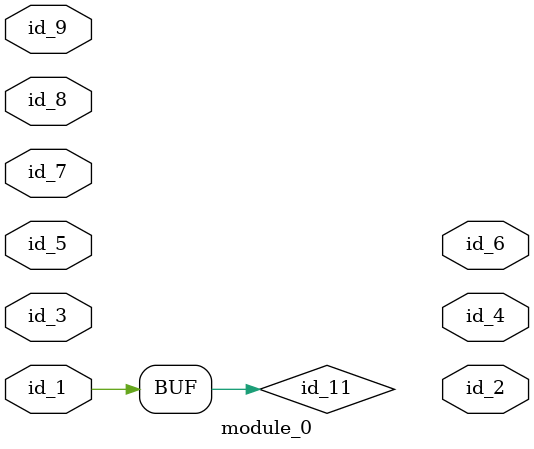
<source format=v>
module module_0 (
    id_1,
    id_2,
    id_3,
    id_4,
    id_5,
    id_6,
    id_7,
    id_8,
    id_9
);
  input id_9;
  input id_8;
  input id_7;
  output id_6;
  input id_5;
  output id_4;
  input id_3;
  output id_2;
  input id_1;
  reg id_10, id_11;
  always begin
    id_11 <= id_1;
  end
  type_0 id_12 (.id_0(id_6 == id_3));
  type_17 id_13 (
      .id_0(id_10),
      .id_1(),
      .id_2(id_8),
      .id_3(1),
      .id_4(),
      .id_5(),
      .id_6((1))
  );
  logic id_14 (
      .id_0(1),
      .id_1()
  );
  type_19 id_15 (
      1,
      id_1
  );
endmodule

</source>
